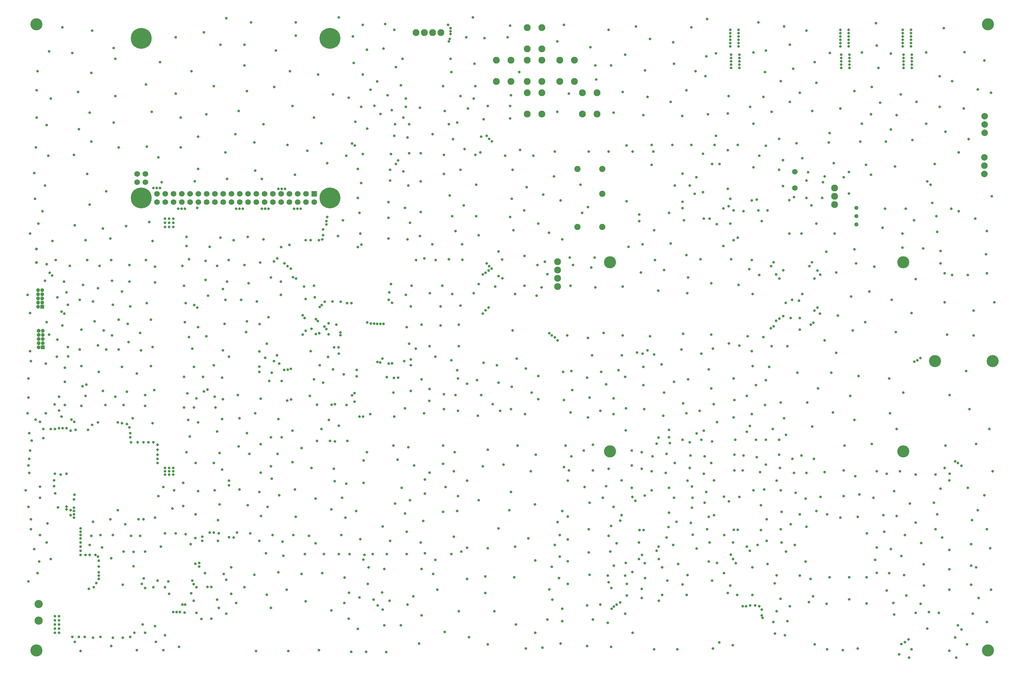
<source format=gbs>
G04*
G04 #@! TF.GenerationSoftware,Altium Limited,Altium Designer,22.8.2 (66)*
G04*
G04 Layer_Color=16711935*
%FSLAX23Y23*%
%MOIN*%
G70*
G04*
G04 #@! TF.SameCoordinates,DFBDAC77-D3CC-4506-9E17-829F2540CA52*
G04*
G04*
G04 #@! TF.FilePolarity,Negative*
G04*
G01*
G75*
%ADD173C,0.083*%
%ADD174C,0.146*%
%ADD175C,0.036*%
%ADD176C,0.051*%
%ADD177C,0.067*%
%ADD178C,0.079*%
%ADD179R,0.047X0.047*%
%ADD180C,0.047*%
%ADD181C,0.252*%
%ADD182R,0.068X0.068*%
%ADD183C,0.068*%
%ADD184C,0.075*%
%ADD185C,0.099*%
%ADD186C,0.032*%
D173*
X6264Y7283D02*
D03*
Y7028D02*
D03*
X6087Y7283D02*
D03*
Y7028D02*
D03*
X9800Y5740D02*
D03*
Y5640D02*
D03*
Y5540D02*
D03*
X4745Y7618D02*
D03*
X5045D02*
D03*
X4945D02*
D03*
X4845D02*
D03*
X6087Y7421D02*
D03*
Y7677D02*
D03*
X6264Y7421D02*
D03*
Y7677D02*
D03*
X6087Y6634D02*
D03*
Y6890D02*
D03*
X6264Y6634D02*
D03*
Y6890D02*
D03*
X5713Y7028D02*
D03*
Y7283D02*
D03*
X5890Y7028D02*
D03*
Y7283D02*
D03*
X6480Y7028D02*
D03*
Y7283D02*
D03*
X6657Y7028D02*
D03*
Y7283D02*
D03*
X6752Y6634D02*
D03*
Y6890D02*
D03*
X6929Y6634D02*
D03*
Y6890D02*
D03*
X6453Y4850D02*
D03*
Y4550D02*
D03*
Y4650D02*
D03*
Y4750D02*
D03*
D174*
X11710Y3650D02*
D03*
X11015D02*
D03*
X10630Y2559D02*
D03*
X10630Y4843D02*
D03*
X7087Y4843D02*
D03*
X7087Y2559D02*
D03*
X11654Y7717D02*
D03*
Y157D02*
D03*
X157Y7717D02*
D03*
Y157D02*
D03*
D175*
Y4839D02*
D03*
Y5002D02*
D03*
D176*
X10065Y5400D02*
D03*
Y5500D02*
D03*
Y5300D02*
D03*
D177*
X9320Y5937D02*
D03*
Y5740D02*
D03*
D178*
X11610Y6010D02*
D03*
Y6110D02*
D03*
Y5910D02*
D03*
X11615Y6505D02*
D03*
Y6605D02*
D03*
Y6405D02*
D03*
D179*
X232Y3817D02*
D03*
X228Y4308D02*
D03*
D180*
X182Y3817D02*
D03*
X232Y3867D02*
D03*
X182D02*
D03*
X232Y3917D02*
D03*
X182D02*
D03*
X232Y3967D02*
D03*
X182D02*
D03*
X232Y4017D02*
D03*
X182D02*
D03*
X178Y4308D02*
D03*
X228Y4358D02*
D03*
X178D02*
D03*
X228Y4408D02*
D03*
X178D02*
D03*
X228Y4458D02*
D03*
X178D02*
D03*
X228Y4508D02*
D03*
X178D02*
D03*
D181*
X3705Y7548D02*
D03*
X1422D02*
D03*
Y5619D02*
D03*
X3705D02*
D03*
D182*
X3513Y5669D02*
D03*
D183*
X3413D02*
D03*
X3313D02*
D03*
X3213D02*
D03*
X3113D02*
D03*
X3013D02*
D03*
X3513Y5569D02*
D03*
X3413D02*
D03*
X3313D02*
D03*
X3213D02*
D03*
X3113D02*
D03*
X3013D02*
D03*
X2913Y5669D02*
D03*
Y5569D02*
D03*
X2813Y5669D02*
D03*
X2713D02*
D03*
X2613D02*
D03*
X2513D02*
D03*
X2413D02*
D03*
X2313D02*
D03*
X2813Y5569D02*
D03*
X2713D02*
D03*
X2613D02*
D03*
X2513D02*
D03*
X2413D02*
D03*
X2313D02*
D03*
X2213Y5669D02*
D03*
Y5569D02*
D03*
X2113Y5669D02*
D03*
X2013D02*
D03*
X1913D02*
D03*
X1813D02*
D03*
X1713D02*
D03*
X1613D02*
D03*
X2113Y5569D02*
D03*
X2013D02*
D03*
X1913D02*
D03*
X1813D02*
D03*
X1713D02*
D03*
X1613D02*
D03*
X1473Y5910D02*
D03*
X1373D02*
D03*
X1473Y5810D02*
D03*
X1373D02*
D03*
D184*
X6693Y5269D02*
D03*
X6993D02*
D03*
Y5669D02*
D03*
X6693Y5969D02*
D03*
X6993D02*
D03*
D185*
X182Y515D02*
D03*
Y715D02*
D03*
D186*
X520Y1893D02*
D03*
X2270Y922D02*
D03*
X2089Y921D02*
D03*
X1954Y710D02*
D03*
X1947Y614D02*
D03*
X4390Y3457D02*
D03*
X7792Y1647D02*
D03*
X8086Y1552D02*
D03*
X8064Y1696D02*
D03*
X8077Y1879D02*
D03*
X8085Y1999D02*
D03*
X8078Y2137D02*
D03*
X8023Y2208D02*
D03*
Y1065D02*
D03*
X9080Y360D02*
D03*
X9060Y500D02*
D03*
X9100Y630D02*
D03*
X10080Y180D02*
D03*
X9900Y160D02*
D03*
X9710Y170D02*
D03*
X9560Y230D02*
D03*
X9200Y340D02*
D03*
X9230Y510D02*
D03*
X9260Y690D02*
D03*
X9490Y740D02*
D03*
X9540Y810D02*
D03*
X9510Y1020D02*
D03*
X11450Y950D02*
D03*
X11470Y600D02*
D03*
X11640Y500D02*
D03*
X11400Y230D02*
D03*
X11270Y70D02*
D03*
X10700D02*
D03*
X10580Y110D02*
D03*
X10730Y170D02*
D03*
X10920Y420D02*
D03*
X11060Y610D02*
D03*
X10940Y620D02*
D03*
X10840Y720D02*
D03*
X10780Y610D02*
D03*
X10520Y590D02*
D03*
X10510Y730D02*
D03*
X10430Y880D02*
D03*
X10460Y1090D02*
D03*
X10290Y1250D02*
D03*
X11450Y1180D02*
D03*
X11540Y790D02*
D03*
X11690Y890D02*
D03*
X11510Y1160D02*
D03*
X11680Y1390D02*
D03*
X11460Y1730D02*
D03*
X11640Y1620D02*
D03*
X11450Y1440D02*
D03*
X11100Y1520D02*
D03*
X11020Y1620D02*
D03*
X11040Y1800D02*
D03*
X11000Y1940D02*
D03*
X11080Y2110D02*
D03*
X10710Y1930D02*
D03*
X10780Y1700D02*
D03*
X10650Y1550D02*
D03*
X10480Y1380D02*
D03*
X10400Y1590D02*
D03*
X10310Y1400D02*
D03*
X10190Y1570D02*
D03*
X10390Y1790D02*
D03*
X10550Y1780D02*
D03*
X10520Y2080D02*
D03*
X10270Y2000D02*
D03*
X9910Y2020D02*
D03*
X10080Y1770D02*
D03*
X9870Y1760D02*
D03*
X10100Y2040D02*
D03*
X9630Y2010D02*
D03*
X9710Y1800D02*
D03*
X9460Y1650D02*
D03*
X9380Y1060D02*
D03*
X9450Y1230D02*
D03*
X9320Y1430D02*
D03*
X9270Y1680D02*
D03*
X9330Y2060D02*
D03*
X9580Y1840D02*
D03*
X9450Y1990D02*
D03*
X9380Y1800D02*
D03*
X9160Y1460D02*
D03*
X9150Y1620D02*
D03*
X9160Y1830D02*
D03*
X9150Y2090D02*
D03*
X11610Y2030D02*
D03*
X11530Y1850D02*
D03*
X11410Y2120D02*
D03*
X11710Y2320D02*
D03*
X11140Y2630D02*
D03*
X11510Y2650D02*
D03*
X11190Y2290D02*
D03*
X11130Y2360D02*
D03*
X11020Y2280D02*
D03*
X10780D02*
D03*
X10590Y2320D02*
D03*
X10430Y2290D02*
D03*
X10310Y2320D02*
D03*
X10050Y2260D02*
D03*
X9910Y2330D02*
D03*
X9680Y2310D02*
D03*
X9550Y2470D02*
D03*
X9460Y2300D02*
D03*
X9290Y2470D02*
D03*
X9310Y2300D02*
D03*
X9130Y2700D02*
D03*
X9140Y2360D02*
D03*
X9130Y2520D02*
D03*
X9400Y2510D02*
D03*
X10250Y2650D02*
D03*
X10550Y2830D02*
D03*
X10470Y3020D02*
D03*
X9990Y3230D02*
D03*
X9780Y3030D02*
D03*
X10040Y2940D02*
D03*
X9760Y3510D02*
D03*
X9920Y2630D02*
D03*
X9190Y2960D02*
D03*
X9470Y3150D02*
D03*
X9530Y2860D02*
D03*
X9150Y3150D02*
D03*
X9350Y3510D02*
D03*
X9600Y3320D02*
D03*
X10090Y3470D02*
D03*
X10460Y3440D02*
D03*
X10630Y3270D02*
D03*
X11670Y2830D02*
D03*
X11430Y3070D02*
D03*
X11190Y3240D02*
D03*
X11390Y3530D02*
D03*
X11160Y3970D02*
D03*
X11480Y3960D02*
D03*
X11730Y4360D02*
D03*
X11480Y4260D02*
D03*
X11130Y4360D02*
D03*
X10730Y4230D02*
D03*
X10540Y4000D02*
D03*
X10170Y4120D02*
D03*
X10020Y4020D02*
D03*
X9820Y3750D02*
D03*
X9230Y3830D02*
D03*
X9380Y4030D02*
D03*
X9680Y3900D02*
D03*
X9840Y4200D02*
D03*
X10000Y4430D02*
D03*
X10780Y4640D02*
D03*
X10490Y4390D02*
D03*
X10280Y4790D02*
D03*
X10060Y4830D02*
D03*
X10220Y4490D02*
D03*
X9370Y4380D02*
D03*
X9380Y4170D02*
D03*
X9270D02*
D03*
X9410Y4460D02*
D03*
X9820Y4720D02*
D03*
X9700Y4970D02*
D03*
X10040Y5000D02*
D03*
X10620Y5020D02*
D03*
X10870Y5010D02*
D03*
X11080Y4980D02*
D03*
Y4830D02*
D03*
X11130Y4710D02*
D03*
X11220Y4690D02*
D03*
X11410D02*
D03*
X11640Y4710D02*
D03*
X11630Y4940D02*
D03*
X11640Y5220D02*
D03*
X10620Y5190D02*
D03*
X9400D02*
D03*
X9800D02*
D03*
X10380Y5260D02*
D03*
X10410Y5490D02*
D03*
X10660D02*
D03*
X10760Y5350D02*
D03*
X11040Y5210D02*
D03*
X11700Y5640D02*
D03*
X11500Y5370D02*
D03*
X11300Y5460D02*
D03*
X11210Y5490D02*
D03*
X11030Y5400D02*
D03*
X10980Y5560D02*
D03*
X10960Y5780D02*
D03*
X9580Y5310D02*
D03*
X9520Y5530D02*
D03*
X9650Y5620D02*
D03*
X9910Y5870D02*
D03*
X9680Y5880D02*
D03*
X9660Y5810D02*
D03*
X9480Y5930D02*
D03*
X9460Y5830D02*
D03*
Y5620D02*
D03*
X9310Y5630D02*
D03*
X8520Y5520D02*
D03*
X8540Y5610D02*
D03*
X8800Y5590D02*
D03*
X8860Y5600D02*
D03*
X8820Y5990D02*
D03*
X11420Y6330D02*
D03*
X11300Y6170D02*
D03*
X11010Y6030D02*
D03*
X10920Y5820D02*
D03*
X10530Y6000D02*
D03*
X10240Y5900D02*
D03*
X10180Y6020D02*
D03*
X9790Y6040D02*
D03*
X9410Y6100D02*
D03*
X9340Y6280D02*
D03*
X9730Y6290D02*
D03*
X10110Y6300D02*
D03*
X10420D02*
D03*
X10740Y6320D02*
D03*
X11140Y6420D02*
D03*
X11360Y6700D02*
D03*
X11690Y6890D02*
D03*
X11530Y6930D02*
D03*
X11070Y6720D02*
D03*
Y7090D02*
D03*
X11220Y7030D02*
D03*
X11610Y7280D02*
D03*
X11370Y7380D02*
D03*
X11120Y7670D02*
D03*
X10600Y6870D02*
D03*
X10790Y6780D02*
D03*
X10550Y6620D02*
D03*
X10240Y6630D02*
D03*
X10350Y6770D02*
D03*
X10250Y6960D02*
D03*
X10300Y7730D02*
D03*
X10310Y7460D02*
D03*
X10330Y7190D02*
D03*
X9560Y7260D02*
D03*
X9870Y6700D02*
D03*
X10040Y6910D02*
D03*
X9580Y7010D02*
D03*
X9530Y6670D02*
D03*
X9040Y6660D02*
D03*
X9150Y7030D02*
D03*
X9260Y6780D02*
D03*
X9380Y6890D02*
D03*
X9300Y7180D02*
D03*
X9260Y7470D02*
D03*
X9460Y7640D02*
D03*
X9190Y7690D02*
D03*
X10735Y7190D02*
D03*
Y7230D02*
D03*
Y7270D02*
D03*
Y7310D02*
D03*
X10635Y7190D02*
D03*
Y7230D02*
D03*
Y7270D02*
D03*
Y7310D02*
D03*
Y7350D02*
D03*
X10735D02*
D03*
X10625Y7450D02*
D03*
Y7490D02*
D03*
Y7530D02*
D03*
Y7570D02*
D03*
Y7610D02*
D03*
Y7650D02*
D03*
X10725D02*
D03*
Y7610D02*
D03*
Y7570D02*
D03*
Y7530D02*
D03*
Y7490D02*
D03*
Y7450D02*
D03*
X9980Y7190D02*
D03*
Y7230D02*
D03*
Y7270D02*
D03*
Y7310D02*
D03*
X9880Y7190D02*
D03*
Y7230D02*
D03*
Y7270D02*
D03*
Y7310D02*
D03*
Y7350D02*
D03*
X9980D02*
D03*
X9870Y7450D02*
D03*
Y7490D02*
D03*
Y7530D02*
D03*
Y7570D02*
D03*
Y7610D02*
D03*
Y7650D02*
D03*
X9970D02*
D03*
Y7610D02*
D03*
Y7570D02*
D03*
Y7530D02*
D03*
Y7490D02*
D03*
Y7450D02*
D03*
X8640D02*
D03*
Y7490D02*
D03*
Y7530D02*
D03*
Y7570D02*
D03*
Y7610D02*
D03*
Y7650D02*
D03*
X8540D02*
D03*
Y7610D02*
D03*
Y7570D02*
D03*
Y7530D02*
D03*
Y7490D02*
D03*
Y7450D02*
D03*
X8650Y7350D02*
D03*
X8550D02*
D03*
Y7310D02*
D03*
Y7270D02*
D03*
Y7230D02*
D03*
Y7190D02*
D03*
X8650Y7310D02*
D03*
Y7270D02*
D03*
Y7230D02*
D03*
Y7190D02*
D03*
X6450Y6660D02*
D03*
X6590Y6880D02*
D03*
X8260Y7780D02*
D03*
X8880Y7740D02*
D03*
X8970Y7400D02*
D03*
X8960Y7140D02*
D03*
X8940Y6840D02*
D03*
X8520Y6850D02*
D03*
X8780Y6720D02*
D03*
X8510Y6640D02*
D03*
X8010Y6920D02*
D03*
X8270Y6630D02*
D03*
X7960Y6610D02*
D03*
X7490Y6620D02*
D03*
X7130Y6650D02*
D03*
X7540Y6840D02*
D03*
X8120Y7150D02*
D03*
X8240Y7090D02*
D03*
X7820Y6780D02*
D03*
X7510Y7160D02*
D03*
X6920Y7050D02*
D03*
X7240Y6900D02*
D03*
X6910Y7220D02*
D03*
X7100D02*
D03*
X7860Y7240D02*
D03*
X8250Y7330D02*
D03*
X8070Y7680D02*
D03*
X7570Y7540D02*
D03*
X7270Y7350D02*
D03*
X7070Y7650D02*
D03*
X7850Y7500D02*
D03*
X7400Y7690D02*
D03*
X6850Y7440D02*
D03*
X6530Y7710D02*
D03*
X6450Y7510D02*
D03*
X5880Y7700D02*
D03*
X5850Y7560D02*
D03*
X5990Y7140D02*
D03*
X5890Y6860D02*
D03*
X5880Y6730D02*
D03*
Y6580D02*
D03*
X7590Y6020D02*
D03*
X8320Y6030D02*
D03*
X8410D02*
D03*
X8890Y6130D02*
D03*
X8970Y6250D02*
D03*
X8630Y6260D02*
D03*
X8350D02*
D03*
X8070D02*
D03*
X7840D02*
D03*
X7610Y6180D02*
D03*
X7590Y6260D02*
D03*
X7360Y6180D02*
D03*
X7070D02*
D03*
X6830D02*
D03*
X6420D02*
D03*
X6160Y6130D02*
D03*
X6000Y6200D02*
D03*
X5820Y6130D02*
D03*
X6280Y5660D02*
D03*
X8920Y5340D02*
D03*
X8990Y5470D02*
D03*
X8880D02*
D03*
X8700Y5460D02*
D03*
X8580Y5470D02*
D03*
X8630Y5140D02*
D03*
X8580Y5110D02*
D03*
X8540Y5310D02*
D03*
X8290Y5370D02*
D03*
X8220D02*
D03*
X7980Y5350D02*
D03*
X8110Y5670D02*
D03*
X8050Y5770D02*
D03*
X8130Y5870D02*
D03*
X7870Y5770D02*
D03*
X7800Y5440D02*
D03*
X7440Y5420D02*
D03*
Y5340D02*
D03*
X7620Y5230D02*
D03*
X6330Y4700D02*
D03*
X6300Y4850D02*
D03*
X6210Y4810D02*
D03*
X5700Y4550D02*
D03*
X5940Y4460D02*
D03*
X6200Y4440D02*
D03*
X6260Y4540D02*
D03*
X6750Y5440D02*
D03*
X6820Y5510D02*
D03*
X6730Y5780D02*
D03*
X6410Y5880D02*
D03*
X6080Y5750D02*
D03*
X5910Y5960D02*
D03*
X5900Y5610D02*
D03*
X6220Y5310D02*
D03*
X6490Y5590D02*
D03*
X6050Y5470D02*
D03*
X5880Y5390D02*
D03*
X5920Y5230D02*
D03*
X6350Y5200D02*
D03*
X6510Y5120D02*
D03*
X6600Y4900D02*
D03*
X6640Y4810D02*
D03*
X6610Y4560D02*
D03*
X6900Y4900D02*
D03*
X6860Y4780D02*
D03*
X6910Y4540D02*
D03*
X7240Y4550D02*
D03*
X7460Y4720D02*
D03*
X7310Y5030D02*
D03*
X7480Y5060D02*
D03*
X7630Y4870D02*
D03*
X7820Y5070D02*
D03*
X8010Y4930D02*
D03*
X7740Y4750D02*
D03*
X7670Y4500D02*
D03*
X8020Y4470D02*
D03*
X8030Y4660D02*
D03*
X8180Y4880D02*
D03*
X8310Y4590D02*
D03*
X8770Y4760D02*
D03*
X8640Y4570D02*
D03*
X8550Y4880D02*
D03*
X8800Y4870D02*
D03*
X8890Y4690D02*
D03*
X8810Y4460D02*
D03*
X5910Y4020D02*
D03*
X6871Y3720D02*
D03*
X7230D02*
D03*
X7480Y3740D02*
D03*
X7620Y3730D02*
D03*
X7950Y3790D02*
D03*
X8190Y3740D02*
D03*
X8330Y3800D02*
D03*
X6570Y3960D02*
D03*
X6820Y3930D02*
D03*
X7010Y3990D02*
D03*
X7240Y3960D02*
D03*
X7570Y3950D02*
D03*
X7970Y3980D02*
D03*
X8310Y3970D02*
D03*
X8750Y3950D02*
D03*
X8940Y3940D02*
D03*
X9040Y3830D02*
D03*
X8800Y3770D02*
D03*
X8850Y3360D02*
D03*
X8810Y3590D02*
D03*
X9010Y3580D02*
D03*
X8970Y3420D02*
D03*
X8740Y3230D02*
D03*
X8960Y3120D02*
D03*
X8800Y3010D02*
D03*
X8580Y3440D02*
D03*
X8590Y3180D02*
D03*
X8580Y2970D02*
D03*
X7860Y3400D02*
D03*
X7710Y3610D02*
D03*
X8280Y3550D02*
D03*
X8030Y3430D02*
D03*
X7740Y3270D02*
D03*
X7970Y3140D02*
D03*
X8310Y3320D02*
D03*
X8340Y3130D02*
D03*
X8170Y3050D02*
D03*
X8010Y3020D02*
D03*
X7730Y2990D02*
D03*
X7500Y3070D02*
D03*
X7490Y3360D02*
D03*
Y3580D02*
D03*
X7040Y3370D02*
D03*
X7270Y3460D02*
D03*
X7190Y3540D02*
D03*
X6980Y3520D02*
D03*
X6810Y3450D02*
D03*
X6840Y3210D02*
D03*
X7130Y3200D02*
D03*
X7280Y3080D02*
D03*
X7130Y3010D02*
D03*
X6970Y3050D02*
D03*
X6820Y2970D02*
D03*
X6610Y3030D02*
D03*
X6530Y3180D02*
D03*
X6630Y3300D02*
D03*
X6620Y3530D02*
D03*
X6520Y3520D02*
D03*
X5530Y3240D02*
D03*
X5900Y3340D02*
D03*
X5740Y3390D02*
D03*
X5480Y3420D02*
D03*
X5560Y3630D02*
D03*
X5720Y3600D02*
D03*
X5960Y3680D02*
D03*
X6070Y3560D02*
D03*
X6220Y3470D02*
D03*
X6140Y3270D02*
D03*
X6220Y3190D02*
D03*
X6060Y3010D02*
D03*
X5890Y3070D02*
D03*
X5760Y3050D02*
D03*
X5670Y3130D02*
D03*
X5490Y2990D02*
D03*
X7810Y2660D02*
D03*
X7800Y2820D02*
D03*
Y2730D02*
D03*
X8050Y2670D02*
D03*
X8190Y2700D02*
D03*
X8220Y2810D02*
D03*
X8320Y2680D02*
D03*
X8600Y2700D02*
D03*
X8850D02*
D03*
X8970D02*
D03*
X8860Y2490D02*
D03*
X8970Y2400D02*
D03*
X8900Y2310D02*
D03*
X8950Y2100D02*
D03*
X8820Y2090D02*
D03*
X8910Y1910D02*
D03*
X8980Y1740D02*
D03*
X8910Y1610D02*
D03*
X8980Y1480D02*
D03*
X8870Y1430D02*
D03*
X8990Y1200D02*
D03*
X8690Y2330D02*
D03*
X8700Y2510D02*
D03*
X8590Y2330D02*
D03*
Y2520D02*
D03*
X8230Y2500D02*
D03*
X8310Y2420D02*
D03*
X8220Y2290D02*
D03*
X8050Y2360D02*
D03*
X8060Y2510D02*
D03*
X7770Y2530D02*
D03*
X7870Y2420D02*
D03*
X7760Y2300D02*
D03*
X7590Y2320D02*
D03*
X7600Y2500D02*
D03*
X7470Y2350D02*
D03*
Y2550D02*
D03*
X7350Y2390D02*
D03*
Y2570D02*
D03*
X7070Y2350D02*
D03*
X6880Y2640D02*
D03*
X6770Y2570D02*
D03*
X6880Y2330D02*
D03*
X6590D02*
D03*
X6530Y2370D02*
D03*
X6620Y2500D02*
D03*
X6550Y2630D02*
D03*
X6190Y2520D02*
D03*
X6130Y2320D02*
D03*
X5970Y2630D02*
D03*
X5800Y2400D02*
D03*
X5610Y2580D02*
D03*
X5550Y2380D02*
D03*
X7620Y170D02*
D03*
X7900D02*
D03*
X8330Y180D02*
D03*
X8570Y220D02*
D03*
X8280Y1230D02*
D03*
X8290Y1460D02*
D03*
X8260Y1620D02*
D03*
X8280Y1770D02*
D03*
X8230Y1940D02*
D03*
X8250Y2070D02*
D03*
X7800Y2120D02*
D03*
X7590Y2090D02*
D03*
X7350Y2120D02*
D03*
X7040Y2140D02*
D03*
X6780Y2130D02*
D03*
X6840Y1940D02*
D03*
X7000Y2000D02*
D03*
X7130Y1890D02*
D03*
X7860Y2000D02*
D03*
X7800Y1820D02*
D03*
X7890Y1710D02*
D03*
X7770Y1520D02*
D03*
X7850Y1430D02*
D03*
X7910Y1200D02*
D03*
X7780Y1000D02*
D03*
X8320D02*
D03*
X8510Y850D02*
D03*
X8540Y940D02*
D03*
X8930Y550D02*
D03*
X8920Y580D02*
D03*
Y650D02*
D03*
X8840Y700D02*
D03*
X8889Y691D02*
D03*
X8780Y700D02*
D03*
X8730Y690D02*
D03*
X8690D02*
D03*
X7470Y790D02*
D03*
Y900D02*
D03*
X7510Y1030D02*
D03*
X7270Y1060D02*
D03*
X7070Y980D02*
D03*
X7090Y1350D02*
D03*
X7070Y1540D02*
D03*
X7100Y1660D02*
D03*
X6840Y1070D02*
D03*
X6830Y1620D02*
D03*
Y1340D02*
D03*
X5870Y1850D02*
D03*
X6180Y1920D02*
D03*
X5890Y2070D02*
D03*
X5500Y1970D02*
D03*
X5740Y1630D02*
D03*
X6100Y1510D02*
D03*
X5940Y1410D02*
D03*
X5610Y1390D02*
D03*
X6510Y1840D02*
D03*
X6480Y1550D02*
D03*
Y1290D02*
D03*
X6470Y1030D02*
D03*
X7060Y1060D02*
D03*
X7290Y960D02*
D03*
Y820D02*
D03*
X6880Y530D02*
D03*
X6810Y700D02*
D03*
X6970Y710D02*
D03*
X7060Y490D02*
D03*
X7270Y600D02*
D03*
X7100Y200D02*
D03*
X6810Y210D02*
D03*
X6490Y240D02*
D03*
X6510Y510D02*
D03*
Y660D02*
D03*
X6390Y770D02*
D03*
X6330Y530D02*
D03*
X5950Y470D02*
D03*
X6270Y190D02*
D03*
X6070Y180D02*
D03*
X5384Y316D02*
D03*
X5690Y630D02*
D03*
X5930Y1040D02*
D03*
X5580Y1050D02*
D03*
X5260Y630D02*
D03*
X5580Y850D02*
D03*
X5610Y230D02*
D03*
X5090Y380D02*
D03*
X5000Y890D02*
D03*
X4810Y580D02*
D03*
X4780Y240D02*
D03*
X4230Y770D02*
D03*
X4170Y1160D02*
D03*
X4160Y960D02*
D03*
X4360Y1140D02*
D03*
X4810D02*
D03*
X5360Y1020D02*
D03*
X4950Y1080D02*
D03*
X4710Y810D02*
D03*
X4640Y710D02*
D03*
X4560Y460D02*
D03*
X4280Y700D02*
D03*
X4340Y650D02*
D03*
X4360Y460D02*
D03*
X4140Y140D02*
D03*
X2810Y150D02*
D03*
X3200D02*
D03*
X3570Y160D02*
D03*
X3960Y140D02*
D03*
X3930Y540D02*
D03*
X3720Y640D02*
D03*
X3410Y750D02*
D03*
X3360Y1080D02*
D03*
X3610Y1090D02*
D03*
X3180Y890D02*
D03*
X3080Y1100D02*
D03*
X2790Y1070D02*
D03*
X2990Y670D02*
D03*
X2940Y830D02*
D03*
X2670Y920D02*
D03*
X2570Y730D02*
D03*
X2450Y1010D02*
D03*
X2510Y840D02*
D03*
Y1160D02*
D03*
X2420Y1080D02*
D03*
X2930Y1330D02*
D03*
X3140Y1300D02*
D03*
X3400Y1320D02*
D03*
X3630D02*
D03*
X3810D02*
D03*
X3940D02*
D03*
X4120Y1310D02*
D03*
X4220Y1320D02*
D03*
X4390D02*
D03*
X4630D02*
D03*
X4850Y1330D02*
D03*
X5170Y1320D02*
D03*
X5290Y1350D02*
D03*
X5240Y1840D02*
D03*
X5070Y1830D02*
D03*
X5200Y1530D02*
D03*
X4800Y1460D02*
D03*
X4630Y1590D02*
D03*
X4430Y1480D02*
D03*
X4070Y1500D02*
D03*
X3260Y1550D02*
D03*
X2540Y1520D02*
D03*
X2580Y1580D02*
D03*
X2740Y1570D02*
D03*
X3840Y1550D02*
D03*
X3530Y1450D02*
D03*
X3450Y1540D02*
D03*
X3130Y1470D02*
D03*
X3010Y1550D02*
D03*
X2850Y1480D02*
D03*
X3890Y1760D02*
D03*
X3850Y2000D02*
D03*
X3720Y1860D02*
D03*
X3530Y1990D02*
D03*
X3290Y1770D02*
D03*
X3090Y2030D02*
D03*
X2870Y1780D02*
D03*
X2710Y1910D02*
D03*
X2950Y1890D02*
D03*
X4020Y1840D02*
D03*
X4110Y2180D02*
D03*
X3900Y2170D02*
D03*
X3760Y2200D02*
D03*
X3280Y2100D02*
D03*
X3000Y2230D02*
D03*
X2850Y2070D02*
D03*
X2610Y2100D02*
D03*
X4830Y1720D02*
D03*
X4490Y1930D02*
D03*
X4610Y1810D02*
D03*
X4850Y2050D02*
D03*
X4670Y1970D02*
D03*
X4570Y2120D02*
D03*
X4850Y2220D02*
D03*
X5250Y2020D02*
D03*
X5100Y2130D02*
D03*
X5200Y2320D02*
D03*
X5070Y2410D02*
D03*
X5210Y2550D02*
D03*
X5070Y2630D02*
D03*
X4470D02*
D03*
X4720Y2390D02*
D03*
X4520Y2460D02*
D03*
X4650Y2610D02*
D03*
X5080Y3070D02*
D03*
X5250Y3050D02*
D03*
X5080Y3250D02*
D03*
X5220Y3240D02*
D03*
X5250Y3440D02*
D03*
X5240Y3540D02*
D03*
X5170Y3660D02*
D03*
X5260Y3830D02*
D03*
X4660Y3860D02*
D03*
X4740Y3800D02*
D03*
X4600Y3650D02*
D03*
X4680Y3670D02*
D03*
Y3600D02*
D03*
X4810Y3430D02*
D03*
X4680Y3290D02*
D03*
X4470Y3270D02*
D03*
X4610Y3080D02*
D03*
X4840Y3020D02*
D03*
X4480Y2980D02*
D03*
X4190Y3010D02*
D03*
X4000Y3160D02*
D03*
X3690Y2940D02*
D03*
X3810Y2870D02*
D03*
X3600Y2830D02*
D03*
X4150Y2550D02*
D03*
X4110Y2450D02*
D03*
X3750Y2350D02*
D03*
X3480Y2360D02*
D03*
X3250Y2430D02*
D03*
X3070Y2530D02*
D03*
X3360Y2600D02*
D03*
X2990Y2380D02*
D03*
X3120Y2730D02*
D03*
X2990D02*
D03*
X2730Y2530D02*
D03*
X2600Y2620D02*
D03*
X2700Y2780D02*
D03*
X2610Y2960D02*
D03*
X2800Y3020D02*
D03*
X3080Y2950D02*
D03*
X3250Y2810D02*
D03*
X3460Y3230D02*
D03*
X3740Y3550D02*
D03*
X3620Y3390D02*
D03*
X3510Y3430D02*
D03*
X3580Y3600D02*
D03*
X3870Y3490D02*
D03*
X3810Y3740D02*
D03*
X3680Y3700D02*
D03*
X3470Y3770D02*
D03*
X3120Y3410D02*
D03*
X2970D02*
D03*
X2590Y3240D02*
D03*
X2920Y3690D02*
D03*
X3090Y3620D02*
D03*
X3000Y3510D02*
D03*
X2960Y4180D02*
D03*
X2940Y3860D02*
D03*
X2690Y4000D02*
D03*
X2700Y4130D02*
D03*
X3480Y4040D02*
D03*
X3780Y4090D02*
D03*
X5260D02*
D03*
X5040Y4080D02*
D03*
X4810Y4090D02*
D03*
X4630Y4060D02*
D03*
X4680Y4310D02*
D03*
X5040D02*
D03*
X5280Y4320D02*
D03*
X5440Y4470D02*
D03*
X5500Y4580D02*
D03*
X5180Y4460D02*
D03*
X5060Y4560D02*
D03*
X4910Y4470D02*
D03*
X4690Y4560D02*
D03*
X4620Y4450D02*
D03*
X4420Y4480D02*
D03*
X4440Y4580D02*
D03*
X3520Y4420D02*
D03*
X3510Y4560D02*
D03*
X3390Y4550D02*
D03*
X3410Y4400D02*
D03*
X5140Y4880D02*
D03*
X4980Y4870D02*
D03*
X5080Y5910D02*
D03*
X5280Y5960D02*
D03*
X5470Y5780D02*
D03*
X5320Y5530D02*
D03*
X5150Y5650D02*
D03*
X5180Y5400D02*
D03*
X5470D02*
D03*
X5220Y5220D02*
D03*
X5500Y5170D02*
D03*
X5300Y5060D02*
D03*
X4940D02*
D03*
X4790Y5160D02*
D03*
X4800Y5450D02*
D03*
Y5820D02*
D03*
Y6160D02*
D03*
X4640Y5120D02*
D03*
X4670Y5320D02*
D03*
X4610Y5500D02*
D03*
X4650Y5770D02*
D03*
X4590Y5940D02*
D03*
X4410Y5130D02*
D03*
Y5380D02*
D03*
Y5570D02*
D03*
X4430Y5830D02*
D03*
Y5960D02*
D03*
X4440Y6150D02*
D03*
X4660Y6160D02*
D03*
X5190Y6330D02*
D03*
X5530Y6360D02*
D03*
X5520Y6170D02*
D03*
X5460Y6140D02*
D03*
X5330Y6210D02*
D03*
X5080Y6140D02*
D03*
X4480Y6370D02*
D03*
X4640Y6350D02*
D03*
X5560Y6570D02*
D03*
X5240Y6530D02*
D03*
X5140Y6510D02*
D03*
X4590Y6590D02*
D03*
X4490Y6510D02*
D03*
X4660D02*
D03*
X4790Y6710D02*
D03*
X5610Y6730D02*
D03*
X5370Y6700D02*
D03*
X5090Y6670D02*
D03*
X4620Y6720D02*
D03*
X4450Y6680D02*
D03*
X4400Y6860D02*
D03*
X4620Y6820D02*
D03*
X5280Y6850D02*
D03*
X5440Y6820D02*
D03*
X5460Y6970D02*
D03*
X5070D02*
D03*
X4560Y6980D02*
D03*
X5160Y7300D02*
D03*
X5570Y7550D02*
D03*
X5430Y7800D02*
D03*
X5350Y7560D02*
D03*
X5450Y7240D02*
D03*
X5170Y7140D02*
D03*
X4500Y7200D02*
D03*
X4580Y7300D02*
D03*
X5140Y7510D02*
D03*
X5150Y7540D02*
D03*
X5160Y7600D02*
D03*
X5161Y7634D02*
D03*
X5160Y7670D02*
D03*
X5130Y7710D02*
D03*
X4370Y7720D02*
D03*
X4480Y7650D02*
D03*
X3800Y5160D02*
D03*
X3110Y4450D02*
D03*
Y4610D02*
D03*
X2990Y4660D02*
D03*
X2820Y4370D02*
D03*
X2720Y4590D02*
D03*
X2630Y4390D02*
D03*
X2670Y4810D02*
D03*
X2860Y4840D02*
D03*
X2540Y5110D02*
D03*
X2710Y5150D02*
D03*
X2900Y5120D02*
D03*
X3410Y5110D02*
D03*
X3470D02*
D03*
X3570D02*
D03*
X3610Y5120D02*
D03*
X3620Y5170D02*
D03*
Y5240D02*
D03*
X3660Y5300D02*
D03*
Y5340D02*
D03*
X3670Y5390D02*
D03*
X3860Y5350D02*
D03*
X4070Y5190D02*
D03*
X4060Y5440D02*
D03*
X4040Y5620D02*
D03*
X4080Y5800D02*
D03*
X4040Y5970D02*
D03*
X4100Y6150D02*
D03*
X3900Y6130D02*
D03*
X3160Y5730D02*
D03*
X3120D02*
D03*
X3080D02*
D03*
X1650Y5740D02*
D03*
X1610D02*
D03*
X1570D02*
D03*
X1950Y5490D02*
D03*
X1910D02*
D03*
X1870D02*
D03*
X2100Y5500D02*
D03*
X2650Y5490D02*
D03*
X2610D02*
D03*
X2570D02*
D03*
X3350D02*
D03*
X3310D02*
D03*
X3270D02*
D03*
X2960D02*
D03*
X2920D02*
D03*
X2880D02*
D03*
Y5850D02*
D03*
X3280Y5900D02*
D03*
X3670Y6040D02*
D03*
X3430Y6190D02*
D03*
X3190Y6260D02*
D03*
X2800Y5950D02*
D03*
X2440Y6170D02*
D03*
X2560Y6390D02*
D03*
X2790Y6290D02*
D03*
X3600Y6280D02*
D03*
X3740Y6870D02*
D03*
X3510Y6590D02*
D03*
X3250Y6730D02*
D03*
X2900Y6510D02*
D03*
X2600Y6670D02*
D03*
X2700Y6910D02*
D03*
X3220Y7150D02*
D03*
X3030Y6960D02*
D03*
X2670Y7220D02*
D03*
X3050Y7400D02*
D03*
X3290Y7580D02*
D03*
X3560Y7110D02*
D03*
X4010Y6540D02*
D03*
X4080Y6720D02*
D03*
X3930Y6830D02*
D03*
X4100Y7110D02*
D03*
X3990Y7250D02*
D03*
X4150Y7410D02*
D03*
X3980Y7570D02*
D03*
X4100Y7710D02*
D03*
X3810Y7800D02*
D03*
X3290Y7740D02*
D03*
X2750D02*
D03*
X2450Y7790D02*
D03*
X2670Y7470D02*
D03*
X1840Y6880D02*
D03*
X2180Y7620D02*
D03*
X2380Y7470D02*
D03*
X2030Y7150D02*
D03*
X1840Y7560D02*
D03*
X1650Y7260D02*
D03*
X1480Y6990D02*
D03*
X2300Y6970D02*
D03*
X1900Y6590D02*
D03*
Y6230D02*
D03*
X2460Y5850D02*
D03*
X1970Y5150D02*
D03*
X2380Y5140D02*
D03*
X2250Y5030D02*
D03*
X1970Y5040D02*
D03*
X1550Y6660D02*
D03*
X2210Y6630D02*
D03*
X2110Y6360D02*
D03*
X1490Y6240D02*
D03*
X1630Y6110D02*
D03*
X2110Y5970D02*
D03*
X2070Y5820D02*
D03*
X1670Y5810D02*
D03*
X1520Y5330D02*
D03*
X800Y5540D02*
D03*
X1000Y5700D02*
D03*
X770Y5910D02*
D03*
X1150Y6230D02*
D03*
X820Y6300D02*
D03*
X610Y6140D02*
D03*
X660Y6900D02*
D03*
X1090Y6530D02*
D03*
X670Y6450D02*
D03*
X800Y6650D02*
D03*
X1110Y6850D02*
D03*
X820Y7130D02*
D03*
X1090Y7430D02*
D03*
X1110Y7300D02*
D03*
X590Y7370D02*
D03*
X830Y7640D02*
D03*
X470Y7680D02*
D03*
X310Y7390D02*
D03*
X170Y7150D02*
D03*
X160Y6920D02*
D03*
X330Y6820D02*
D03*
X160Y6590D02*
D03*
X280Y6500D02*
D03*
X150Y6230D02*
D03*
X300Y6130D02*
D03*
X130Y5920D02*
D03*
X260Y5770D02*
D03*
X140Y5610D02*
D03*
X230Y5460D02*
D03*
X960Y5250D02*
D03*
X1050Y5130D02*
D03*
X1560Y5100D02*
D03*
X1240Y5280D02*
D03*
X750Y5110D02*
D03*
X620Y5290D02*
D03*
X350Y5100D02*
D03*
X180Y5310D02*
D03*
X80Y5190D02*
D03*
X280Y4820D02*
D03*
X390Y4870D02*
D03*
X560Y4800D02*
D03*
X770Y4870D02*
D03*
X920Y4800D02*
D03*
X1060Y4870D02*
D03*
X1280Y4810D02*
D03*
X1480Y4870D02*
D03*
X1590Y4790D02*
D03*
X1920Y4800D02*
D03*
X2000Y4880D02*
D03*
X2200Y4860D02*
D03*
X2340Y4800D02*
D03*
X2480Y4870D02*
D03*
X2440Y4390D02*
D03*
X2230Y4440D02*
D03*
X2410Y4520D02*
D03*
X2460Y4610D02*
D03*
X2200Y4630D02*
D03*
X1940Y4560D02*
D03*
X1960Y4350D02*
D03*
X1290Y4310D02*
D03*
X1190Y4490D02*
D03*
X1070Y4620D02*
D03*
X1280Y4610D02*
D03*
X1590Y4600D02*
D03*
X1490Y4350D02*
D03*
X1080Y4330D02*
D03*
X840Y4370D02*
D03*
X900Y4530D02*
D03*
X680Y4390D02*
D03*
X720Y4570D02*
D03*
X520Y4480D02*
D03*
X490Y4610D02*
D03*
X410Y4420D02*
D03*
X260Y4620D02*
D03*
X50Y4450D02*
D03*
X80Y4230D02*
D03*
Y3770D02*
D03*
X310Y3970D02*
D03*
X280Y4120D02*
D03*
X410Y3910D02*
D03*
X470Y4080D02*
D03*
X680Y3790D02*
D03*
X700Y4030D02*
D03*
X860Y4130D02*
D03*
X970Y4020D02*
D03*
X900Y3840D02*
D03*
X1000Y3790D02*
D03*
X1070Y3960D02*
D03*
X1150Y4150D02*
D03*
X1260Y4100D02*
D03*
X1270Y3880D02*
D03*
X1150Y3790D02*
D03*
X1420Y3780D02*
D03*
X1560Y3820D02*
D03*
X1410Y3990D02*
D03*
X1540Y4150D02*
D03*
X1950Y4120D02*
D03*
X2210Y3950D02*
D03*
X2410Y3780D02*
D03*
X2040Y3800D02*
D03*
X2000Y3940D02*
D03*
X2110Y4060D02*
D03*
X2430Y4100D02*
D03*
X2400Y3450D02*
D03*
X2300Y3600D02*
D03*
X2170Y3460D02*
D03*
X2060Y3580D02*
D03*
X1940Y3460D02*
D03*
X750Y3230D02*
D03*
X960Y3290D02*
D03*
X1110Y3220D02*
D03*
X1250Y3280D02*
D03*
X1470Y3240D02*
D03*
X1580Y3300D02*
D03*
X1980Y3260D02*
D03*
X2090Y3200D02*
D03*
X2310Y3220D02*
D03*
X2410Y3190D02*
D03*
X2340Y2800D02*
D03*
X2400Y2950D02*
D03*
X2320Y3090D02*
D03*
X2060D02*
D03*
X1940D02*
D03*
X1990Y2940D02*
D03*
X2110Y2910D02*
D03*
X2010Y2740D02*
D03*
X1200Y950D02*
D03*
X1930Y1900D02*
D03*
Y2180D02*
D03*
X2080Y2420D02*
D03*
X1970Y2550D02*
D03*
X2370Y2540D02*
D03*
X2300Y2420D02*
D03*
X2400Y2340D02*
D03*
X2310Y2090D02*
D03*
X2370Y1920D02*
D03*
X2350Y1730D02*
D03*
X2360Y1570D02*
D03*
X2350Y1480D02*
D03*
X2160D02*
D03*
Y1530D02*
D03*
X2250Y1580D02*
D03*
X2300D02*
D03*
X2020Y1440D02*
D03*
X1660Y1410D02*
D03*
X1710Y1570D02*
D03*
X1840D02*
D03*
X1960Y1560D02*
D03*
X2080Y1800D02*
D03*
X1800Y1870D02*
D03*
X2110Y2080D02*
D03*
X1820Y2090D02*
D03*
X1690Y2130D02*
D03*
X1630Y2020D02*
D03*
X1590Y1760D02*
D03*
X500Y3570D02*
D03*
X1540Y3590D02*
D03*
X1370Y3500D02*
D03*
X1190Y3580D02*
D03*
X910Y3520D02*
D03*
X700Y3590D02*
D03*
X500Y3400D02*
D03*
X270Y3620D02*
D03*
X90Y3650D02*
D03*
X60Y3440D02*
D03*
Y3210D02*
D03*
X50Y3020D02*
D03*
X70Y2780D02*
D03*
X270Y3020D02*
D03*
X460Y2980D02*
D03*
X500Y3120D02*
D03*
X700Y3110D02*
D03*
X990Y3120D02*
D03*
X1210D02*
D03*
X1470Y3110D02*
D03*
X1320Y2960D02*
D03*
X1560Y2900D02*
D03*
X1620Y2420D02*
D03*
Y2470D02*
D03*
Y2520D02*
D03*
Y2580D02*
D03*
Y2640D02*
D03*
X1570Y2670D02*
D03*
X1510D02*
D03*
X1450D02*
D03*
X1380D02*
D03*
X1300D02*
D03*
X1290Y2730D02*
D03*
Y2780D02*
D03*
X1280Y2850D02*
D03*
X1250Y2890D02*
D03*
X1190Y2900D02*
D03*
X1140Y2910D02*
D03*
X900D02*
D03*
X830Y2880D02*
D03*
X780Y2820D02*
D03*
X630D02*
D03*
X570Y2810D02*
D03*
X520Y2840D02*
D03*
X475Y2841D02*
D03*
X430Y2840D02*
D03*
X380Y2830D02*
D03*
X330D02*
D03*
X240D02*
D03*
Y2720D02*
D03*
X100Y2690D02*
D03*
X80Y2570D02*
D03*
X70Y2470D02*
D03*
X60Y2390D02*
D03*
X70Y2300D02*
D03*
X520Y2290D02*
D03*
X450Y2280D02*
D03*
X380Y2290D02*
D03*
X370Y2210D02*
D03*
Y2140D02*
D03*
X610Y1980D02*
D03*
X520Y1860D02*
D03*
X570Y1790D02*
D03*
Y1850D02*
D03*
X610Y1760D02*
D03*
Y1800D02*
D03*
Y1840D02*
D03*
Y1880D02*
D03*
X200Y2000D02*
D03*
X90Y1740D02*
D03*
X60Y1890D02*
D03*
X840Y1710D02*
D03*
X1050Y1740D02*
D03*
X1140Y1850D02*
D03*
X1450Y1740D02*
D03*
X1390D02*
D03*
X1230Y1680D02*
D03*
X1410Y1540D02*
D03*
X1300D02*
D03*
X800Y1430D02*
D03*
X820Y1540D02*
D03*
X1210Y1350D02*
D03*
X1080Y1550D02*
D03*
X930D02*
D03*
X950Y1400D02*
D03*
X1060Y1270D02*
D03*
X790Y900D02*
D03*
X850Y920D02*
D03*
X880Y970D02*
D03*
X910Y1020D02*
D03*
Y1060D02*
D03*
Y1100D02*
D03*
Y1170D02*
D03*
Y1240D02*
D03*
X900Y1290D02*
D03*
X870Y1310D02*
D03*
X800D02*
D03*
X750D02*
D03*
X690D02*
D03*
Y1360D02*
D03*
Y1410D02*
D03*
Y1460D02*
D03*
Y1510D02*
D03*
Y1550D02*
D03*
Y1590D02*
D03*
Y1630D02*
D03*
X200Y1550D02*
D03*
X290Y1690D02*
D03*
X90Y1620D02*
D03*
X130Y1380D02*
D03*
X280Y1460D02*
D03*
X330Y1260D02*
D03*
X190Y1230D02*
D03*
X170Y1090D02*
D03*
X60Y990D02*
D03*
X1690Y160D02*
D03*
X2090Y610D02*
D03*
X2270Y540D02*
D03*
X2450Y600D02*
D03*
X2360Y670D02*
D03*
X2340Y770D02*
D03*
X2040Y1000D02*
D03*
X1430Y960D02*
D03*
X1470Y910D02*
D03*
X1570Y920D02*
D03*
X1620Y1000D02*
D03*
X1750Y990D02*
D03*
X1710Y920D02*
D03*
X1760Y840D02*
D03*
X1890Y620D02*
D03*
X1850D02*
D03*
X1810D02*
D03*
X1920Y710D02*
D03*
X1880Y200D02*
D03*
X1600Y260D02*
D03*
X1710Y340D02*
D03*
X1440Y470D02*
D03*
X1590Y450D02*
D03*
X1470Y370D02*
D03*
X1370Y160D02*
D03*
X1060Y210D02*
D03*
X690Y150D02*
D03*
X620Y260D02*
D03*
X1340Y370D02*
D03*
X1290Y320D02*
D03*
X1200Y310D02*
D03*
X1080D02*
D03*
X930Y320D02*
D03*
X840Y310D02*
D03*
X740Y320D02*
D03*
X670D02*
D03*
X590D02*
D03*
X430Y370D02*
D03*
Y420D02*
D03*
Y470D02*
D03*
Y520D02*
D03*
Y570D02*
D03*
X380Y370D02*
D03*
Y420D02*
D03*
Y470D02*
D03*
Y520D02*
D03*
Y570D02*
D03*
X10130Y6517D02*
D03*
Y7375D02*
D03*
X8819Y6517D02*
D03*
Y7376D02*
D03*
X10907D02*
D03*
Y6516D02*
D03*
X4945Y6389D02*
D03*
X6577Y1772D02*
D03*
X6578Y1498D02*
D03*
Y1234D02*
D03*
X6577Y2208D02*
D03*
Y959D02*
D03*
X7228Y2209D02*
D03*
Y1789D02*
D03*
X8345Y2209D02*
D03*
X8344Y1791D02*
D03*
X9101Y2207D02*
D03*
X9100Y1064D02*
D03*
X11187Y1370D02*
D03*
Y1136D02*
D03*
Y890D02*
D03*
Y154D02*
D03*
Y2210D02*
D03*
X5360Y2208D02*
D03*
X8376Y5302D02*
D03*
X8466Y1549D02*
D03*
X8465Y2012D02*
D03*
X8465Y1089D02*
D03*
X7357Y2009D02*
D03*
X7359Y369D02*
D03*
X7358Y1104D02*
D03*
X8408Y253D02*
D03*
X4039Y417D02*
D03*
X4107Y1252D02*
D03*
X4059Y795D02*
D03*
X4976Y1250D02*
D03*
Y3702D02*
D03*
X6185Y369D02*
D03*
Y1244D02*
D03*
X2484Y1523D02*
D03*
X8014Y828D02*
D03*
X9146Y780D02*
D03*
X10309Y1093D02*
D03*
X11334Y411D02*
D03*
Y2386D02*
D03*
X11256Y2441D02*
D03*
X11291Y2421D02*
D03*
X11290Y459D02*
D03*
X11258Y312D02*
D03*
X7650Y1360D02*
D03*
Y2654D02*
D03*
X7965Y954D02*
D03*
Y2701D02*
D03*
X7674Y1410D02*
D03*
X7673Y2727D02*
D03*
X8133Y1386D02*
D03*
X8132Y2777D02*
D03*
X7287Y5580D02*
D03*
X7288Y6253D02*
D03*
X4003D02*
D03*
X3999Y3264D02*
D03*
X3969Y6278D02*
D03*
X9130Y5960D02*
D03*
Y6332D02*
D03*
X3969Y3236D02*
D03*
X7277Y2812D02*
D03*
X7277Y1212D02*
D03*
X9212Y1350D02*
D03*
Y2760D02*
D03*
X8739Y1410D02*
D03*
X8740Y2796D02*
D03*
X9078Y968D02*
D03*
X9053Y2830D02*
D03*
X8778Y1361D02*
D03*
Y2867D02*
D03*
X8381Y2913D02*
D03*
X8380Y1212D02*
D03*
X3705Y2686D02*
D03*
X3725Y3124D02*
D03*
X8510Y6195D02*
D03*
X8510Y5731D02*
D03*
X4528Y6072D02*
D03*
X4527Y3449D02*
D03*
X4500Y6029D02*
D03*
X4477Y3448D02*
D03*
X9253Y5189D02*
D03*
X9209Y4353D02*
D03*
X4454Y4352D02*
D03*
Y3622D02*
D03*
X9287Y4391D02*
D03*
X9255Y5593D02*
D03*
X4413Y4389D02*
D03*
Y3621D02*
D03*
X4027Y3544D02*
D03*
Y3465D02*
D03*
X10848Y1453D02*
D03*
X10765Y3642D02*
D03*
X10878Y1195D02*
D03*
X10800Y3661D02*
D03*
X10879Y940D02*
D03*
X10838Y3687D02*
D03*
X7395Y1963D02*
D03*
X7415Y3753D02*
D03*
X7508Y2026D02*
D03*
X7539Y3779D02*
D03*
X8649Y2010D02*
D03*
Y3838D02*
D03*
X8525Y1956D02*
D03*
Y3862D02*
D03*
X6452Y3899D02*
D03*
X6452Y1706D02*
D03*
X6421Y1430D02*
D03*
X6420Y3937D02*
D03*
X6385Y1167D02*
D03*
Y3959D02*
D03*
X6352Y893D02*
D03*
Y3987D02*
D03*
X5741Y4972D02*
D03*
Y4675D02*
D03*
X3258Y4664D02*
D03*
X3186Y3173D02*
D03*
X5784Y4876D02*
D03*
X5786Y4650D02*
D03*
X3292Y4648D02*
D03*
X3234Y3185D02*
D03*
X5549Y4696D02*
D03*
X2866Y2647D02*
D03*
X5304Y4874D02*
D03*
X5360Y3376D02*
D03*
Y1395D02*
D03*
X10481Y6446D02*
D03*
X10479Y7364D02*
D03*
X5598Y6370D02*
D03*
Y4831D02*
D03*
X3152D02*
D03*
X3150Y3543D02*
D03*
X9742Y7371D02*
D03*
X9741Y6404D02*
D03*
X5627Y6334D02*
D03*
Y4798D02*
D03*
X3191D02*
D03*
X3192Y3546D02*
D03*
X8367Y7366D02*
D03*
Y6369D02*
D03*
X5660Y6304D02*
D03*
X5658Y4766D02*
D03*
X3230Y4768D02*
D03*
Y3556D02*
D03*
X4350Y7424D02*
D03*
X4350Y4100D02*
D03*
X4315Y6634D02*
D03*
X4313Y4099D02*
D03*
X4274Y7028D02*
D03*
X4275Y4100D02*
D03*
X4241Y6732D02*
D03*
X4237Y4103D02*
D03*
X4194Y6925D02*
D03*
X4196Y4102D02*
D03*
X4154Y6456D02*
D03*
Y4115D02*
D03*
X3686Y4108D02*
D03*
X2852Y4095D02*
D03*
X3575Y3985D02*
D03*
X3558Y4134D02*
D03*
X9031Y4046D02*
D03*
X9032Y4795D02*
D03*
X9063Y4844D02*
D03*
Y4069D02*
D03*
X3534Y4157D02*
D03*
Y3977D02*
D03*
X3411Y4015D02*
D03*
X3398Y4170D02*
D03*
X9512Y4091D02*
D03*
X9496Y4796D02*
D03*
X9528Y4844D02*
D03*
X9545Y4114D02*
D03*
X3372Y4202D02*
D03*
Y3969D02*
D03*
X2026Y845D02*
D03*
X2151Y536D02*
D03*
X2078Y1512D02*
D03*
X2078Y1202D02*
D03*
X2123Y1212D02*
D03*
X2125Y1171D02*
D03*
X616Y2035D02*
D03*
X385Y2053D02*
D03*
X416Y1882D02*
D03*
X3028Y3651D02*
D03*
Y4854D02*
D03*
X4745Y4869D02*
D03*
X4844Y4890D02*
D03*
X3066Y4891D02*
D03*
X3064Y3721D02*
D03*
X2100Y4296D02*
D03*
X3579Y4303D02*
D03*
X3638Y4068D02*
D03*
X3661Y4035D02*
D03*
X3605Y4327D02*
D03*
X2062D02*
D03*
X538Y3819D02*
D03*
X539Y3705D02*
D03*
X538Y4331D02*
D03*
X378Y3126D02*
D03*
X405Y3704D02*
D03*
X2484D02*
D03*
X2484Y2151D02*
D03*
X2484Y2205D02*
D03*
X4311Y3633D02*
D03*
X4334Y857D02*
D03*
X4276Y3641D02*
D03*
X3935Y853D02*
D03*
X4339Y1654D02*
D03*
X4338Y3681D02*
D03*
X2179Y3282D02*
D03*
X2192Y1091D02*
D03*
X2223Y3308D02*
D03*
X2222Y922D02*
D03*
X761Y3367D02*
D03*
X612Y2917D02*
D03*
X199D02*
D03*
Y2134D02*
D03*
X712Y3345D02*
D03*
X580Y2942D02*
D03*
X146D02*
D03*
X27Y2091D02*
D03*
X429Y3052D02*
D03*
X430Y3221D02*
D03*
X2851Y3521D02*
D03*
X9093Y4696D02*
D03*
Y4135D02*
D03*
X492Y4224D02*
D03*
X9134Y4646D02*
D03*
Y4163D02*
D03*
X461Y4246D02*
D03*
X9180Y4746D02*
D03*
Y4192D02*
D03*
X9626Y4694D02*
D03*
X9625Y4223D02*
D03*
X5549Y4224D02*
D03*
X346Y4682D02*
D03*
X9556Y4645D02*
D03*
X9557Y4261D02*
D03*
X5584Y4262D02*
D03*
X5585Y4718D02*
D03*
X318D02*
D03*
X9594Y4744D02*
D03*
X9595Y4297D02*
D03*
X5621D02*
D03*
X5619Y4744D02*
D03*
X3965Y4350D02*
D03*
X3830Y3962D02*
D03*
X3831Y3996D02*
D03*
X3910Y4351D02*
D03*
X3806Y3815D02*
D03*
X3835Y4367D02*
D03*
X3754Y3817D02*
D03*
X3735Y4369D02*
D03*
X3687Y3974D02*
D03*
X3640Y4366D02*
D03*
X4060Y2981D02*
D03*
X4040Y5025D02*
D03*
X3113D02*
D03*
X4102Y2980D02*
D03*
X4084Y5055D02*
D03*
X3214Y5052D02*
D03*
X6054Y4560D02*
D03*
Y4920D02*
D03*
X2867Y2303D02*
D03*
X4906Y2304D02*
D03*
X3548Y3123D02*
D03*
X3903Y3119D02*
D03*
X3915Y2685D02*
D03*
X3546Y2686D02*
D03*
X4906Y3314D02*
D03*
X4905Y3170D02*
D03*
X4906Y3830D02*
D03*
X2866Y3196D02*
D03*
X7962Y5572D02*
D03*
X8456Y5494D02*
D03*
Y5041D02*
D03*
X7962Y5497D02*
D03*
Y5913D02*
D03*
X9973Y5674D02*
D03*
Y5934D02*
D03*
X8211Y6153D02*
D03*
Y5691D02*
D03*
X9178Y5764D02*
D03*
Y6076D02*
D03*
X7105Y910D02*
D03*
X7106Y661D02*
D03*
X7135Y1181D02*
D03*
X7134Y686D02*
D03*
X7167Y1451D02*
D03*
Y711D02*
D03*
X7209Y1723D02*
D03*
X7210Y735D02*
D03*
X7444Y1610D02*
D03*
X7475Y1310D02*
D03*
X7493Y1611D02*
D03*
X7506Y1210D02*
D03*
X7438Y1459D02*
D03*
Y1260D02*
D03*
X7677D02*
D03*
Y755D02*
D03*
X7718Y1159D02*
D03*
X7717Y828D02*
D03*
X8608Y1211D02*
D03*
X8575Y1459D02*
D03*
X8574Y1261D02*
D03*
X8547Y1312D02*
D03*
X8630Y1614D02*
D03*
X8583Y1613D02*
D03*
X8624Y825D02*
D03*
X8807Y1161D02*
D03*
Y828D02*
D03*
X9741Y1040D02*
D03*
X9705Y721D02*
D03*
X9976Y773D02*
D03*
X9976Y1039D02*
D03*
X10186Y722D02*
D03*
Y1039D02*
D03*
X10608Y1298D02*
D03*
X10607Y234D02*
D03*
X10639Y1068D02*
D03*
X10650Y256D02*
D03*
X10668Y820D02*
D03*
X10694Y291D02*
D03*
X3764Y3130D02*
D03*
Y2681D02*
D03*
X2851Y3766D02*
D03*
Y3583D02*
D03*
X1810Y5270D02*
D03*
X1760D02*
D03*
X1710D02*
D03*
Y5320D02*
D03*
X1760D02*
D03*
X1810D02*
D03*
Y5370D02*
D03*
X1760D02*
D03*
X1710D02*
D03*
X1810Y2280D02*
D03*
X1760D02*
D03*
X1710D02*
D03*
Y2320D02*
D03*
X1760D02*
D03*
X1810D02*
D03*
Y2360D02*
D03*
X1760D02*
D03*
X1710D02*
D03*
X4385Y136D02*
D03*
X4425Y756D02*
D03*
X3879Y1038D02*
D03*
X3878Y730D02*
D03*
X2056Y958D02*
D03*
Y755D02*
D03*
X1331Y1347D02*
D03*
X1330Y1172D02*
D03*
X1455Y1025D02*
D03*
X1470Y1350D02*
D03*
M02*

</source>
